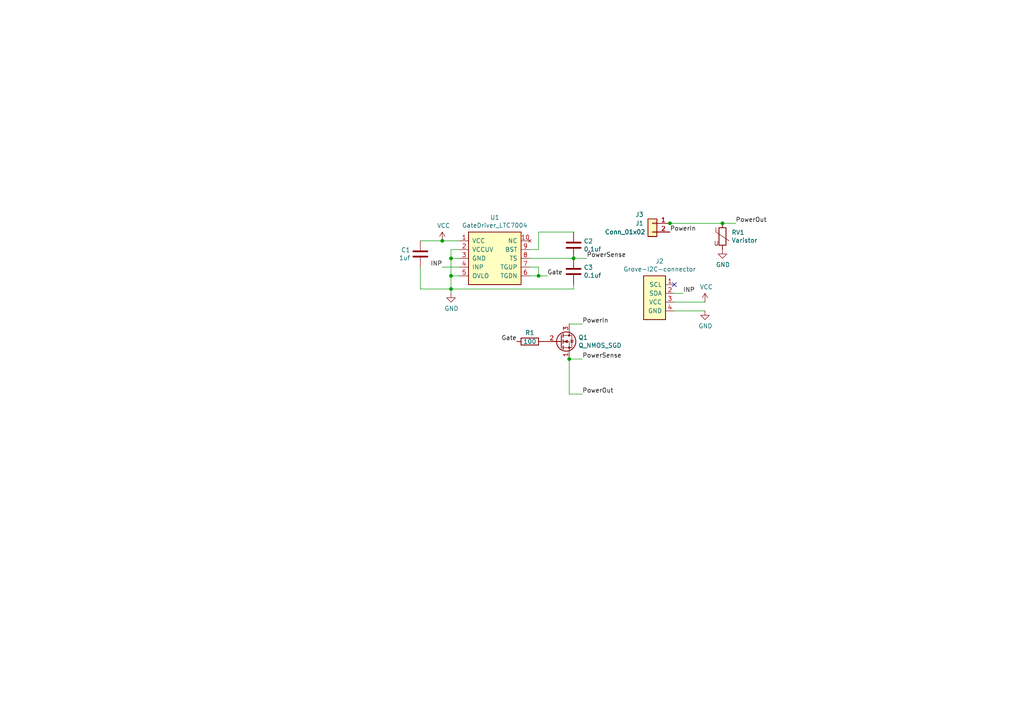
<source format=kicad_sch>
(kicad_sch (version 20230121) (generator eeschema)
  (paper "A4")
  (lib_symbols
    (symbol "Connector_Generic:Conn_01x02" (pin_names (offset 1.016) hide)
      (property "Reference" "J" (at 0 2.54 0))
      (property "Value" "Conn_01x02" (at 0 -5.08 0))
      (symbol "Conn_01x02_1_1"
        (rectangle (start -1.27 -2.413) (end 0 -2.667) (stroke (width 0.1524)))
        (rectangle (start -1.27 0.127) (end 0 -0.127) (stroke (width 0.1524)))
        (rectangle (start -1.27 1.27) (end 1.27 -3.81) (stroke (width 0.254)) (fill (type background)))
        (pin passive line (at -5.08 0 0) (length 3.81) (name "Pin_1") (number "1"))
        (pin passive line (at -5.08 -2.54 0) (length 3.81) (name "Pin_2") (number "2"))
      )
    )
    (symbol "Device:C" (pin_numbers hide) (pin_names (offset 0.254))
      (property "Reference" "C" (at 0.635 2.54 0))
      (property "Value" "C" (at 0.635 -2.54 0))
      (symbol "C_0_1"
        (polyline (pts (xy -2.032 -0.762) (xy 2.032 -0.762)) (stroke (width 0.508)))
        (polyline (pts (xy -2.032 0.762) (xy 2.032 0.762)) (stroke (width 0.508)))
      )
      (symbol "C_1_1"
        (pin passive line (at 0 3.81 270) (length 2.794) (name "~") (number "1"))
        (pin passive line (at 0 -3.81 90) (length 2.794) (name "~") (number "2"))
      )
    )
    (symbol "Device:Q_NMOS_SGD" (pin_names (offset 0) hide)
      (property "Reference" "Q" (at 5.08 1.27 0))
      (property "Value" "Q_NMOS_SGD" (at 5.08 -1.27 0))
      (symbol "Q_NMOS_SGD_0_1"
        (polyline (pts (xy 0.254 0) (xy -2.54 0)))
        (polyline (pts (xy 0.254 1.905) (xy 0.254 -1.905)) (stroke (width 0.254)))
        (polyline (pts (xy 0.762 -1.27) (xy 0.762 -2.286)) (stroke (width 0.254)))
        (polyline (pts (xy 0.762 0.508) (xy 0.762 -0.508)) (stroke (width 0.254)))
        (polyline (pts (xy 0.762 2.286) (xy 0.762 1.27)) (stroke (width 0.254)))
        (polyline (pts (xy 2.54 2.54) (xy 2.54 1.778)))
        (polyline (pts (xy 2.54 -2.54) (xy 2.54 0) (xy 0.762 0)))
        (polyline (pts (xy 0.762 -1.778) (xy 3.302 -1.778) (xy 3.302 1.778) (xy 0.762 1.778)))
        (polyline (pts (xy 1.016 0) (xy 2.032 0.381) (xy 2.032 -0.381) (xy 1.016 0)) (fill (type outline)))
        (polyline (pts (xy 2.794 0.508) (xy 2.921 0.381) (xy 3.683 0.381) (xy 3.81 0.254)))
        (polyline (pts (xy 3.302 0.381) (xy 2.921 -0.254) (xy 3.683 -0.254) (xy 3.302 0.381)))
        (circle (center 1.651 0) (radius 2.794) (stroke (width 0.254)))
        (circle (center 2.54 -1.778) (radius 0.254) (fill (type outline)))
        (circle (center 2.54 1.778) (radius 0.254) (fill (type outline)))
      )
      (symbol "Q_NMOS_SGD_1_1"
        (pin passive line (at 2.54 -5.08 90) (length 2.54) (name "S") (number "1"))
        (pin input line (at -5.08 0 0) (length 5.08) (name "G") (number "2"))
        (pin passive line (at 2.54 5.08 270) (length 2.54) (name "D") (number "3"))
      )
    )
    (symbol "Device:R" (pin_numbers hide) (pin_names (offset 0))
      (property "Reference" "R" (at 2.032 0 90))
      (property "Value" "R" (at 0 0 90))
      (symbol "R_0_1"
        (rectangle (start -1.016 -2.54) (end 1.016 2.54) (stroke (width 0.254)))
      )
      (symbol "R_1_1"
        (pin passive line (at 0 3.81 270) (length 1.27) (name "~") (number "1"))
        (pin passive line (at 0 -3.81 90) (length 1.27) (name "~") (number "2"))
      )
    )
    (symbol "Device:Varistor" (pin_numbers hide) (pin_names (offset 0))
      (property "Reference" "RV" (at 3.175 0 90))
      (property "Value" "Varistor" (at -3.175 0 90))
      (symbol "Varistor_0_0"
        (text "U" (at -1.778 -2.032 0) (effects (font (size 1.27 1.27))))
      )
      (symbol "Varistor_0_1"
        (rectangle (start -1.016 -2.54) (end 1.016 2.54) (stroke (width 0.254)))
        (polyline (pts (xy -1.905 2.54) (xy -1.905 1.27) (xy 1.905 -1.27)))
      )
      (symbol "Varistor_1_1"
        (pin passive line (at 0 3.81 270) (length 1.27) (name "~") (number "1"))
        (pin passive line (at 0 -3.81 90) (length 1.27) (name "~") (number "2"))
      )
    )
    (symbol "LTC7004-with-MOSFET-rescue:GateDriver_LTC7004-my-kicad-symbols" (pin_names (offset 1.016))
      (property "Reference" "U" (at 0 -8.89 0))
      (property "Value" "my-kicad-symbols_GateDriver_LTC7004" (at 0 8.89 0))
      (symbol "GateDriver_LTC7004-my-kicad-symbols_0_1"
        (rectangle (start -7.62 7.62) (end 7.62 -7.62) (stroke (width 0.254)) (fill (type background)))
      )
      (symbol "GateDriver_LTC7004-my-kicad-symbols_1_1"
        (pin power_in line (at -10.16 5.08 0) (length 2.54) (name "VCC") (number "1"))
        (pin no_connect line (at 10.16 5.08 180) (length 2.54) (name "NC") (number "10"))
        (pin passive line (at -10.16 0 0) (length 2.54) hide (name "GND") (number "11"))
        (pin power_in line (at -10.16 2.54 0) (length 2.54) (name "VCCUV") (number "2"))
        (pin power_in line (at -10.16 0 0) (length 2.54) (name "GND") (number "3"))
        (pin passive line (at -10.16 -2.54 0) (length 2.54) (name "INP") (number "4"))
        (pin passive line (at -10.16 -5.08 0) (length 2.54) (name "OVLO") (number "5"))
        (pin passive line (at 10.16 -5.08 180) (length 2.54) (name "TGDN") (number "6"))
        (pin passive line (at 10.16 -2.54 180) (length 2.54) (name "TGUP") (number "7"))
        (pin passive line (at 10.16 0 180) (length 2.54) (name "TS") (number "8"))
        (pin passive line (at 10.16 2.54 180) (length 2.54) (name "BST") (number "9"))
      )
    )
    (symbol "LTC7004-with-MOSFET-rescue:Grove-I2C-connector-my-kicad-symbols" (pin_names (offset 1.016))
      (property "Reference" "J" (at 1.27 -7.62 0))
      (property "Value" "my-kicad-symbols_Grove-I2C-connector" (at 1.27 7.62 0))
      (symbol "Grove-I2C-connector-my-kicad-symbols_0_1"
        (rectangle (start -2.54 6.35) (end 3.81 -6.35) (stroke (width 0.254)) (fill (type background)))
      )
      (symbol "Grove-I2C-connector-my-kicad-symbols_1_1"
        (pin input line (at 6.35 3.81 180) (length 2.54) (name "SCL") (number "1"))
        (pin input line (at 6.35 1.27 180) (length 2.54) (name "SDA") (number "2"))
        (pin power_in line (at 6.35 -1.27 180) (length 2.54) (name "VCC") (number "3"))
        (pin power_in line (at 6.35 -3.81 180) (length 2.54) (name "GND") (number "4"))
      )
    )
    (symbol "power:GND" (power) (pin_names (offset 0))
      (property "Value" "GND" (at 0 -3.81 0))
      (symbol "GND_0_1"
        (polyline (pts (xy 0 0) (xy 0 -1.27) (xy 1.27 -1.27) (xy 0 -2.54) (xy -1.27 -1.27) (xy 0 -1.27)))
      )
      (symbol "GND_1_1"
        (pin power_in line (at 0 0 270) (length 0) hide (name "GND") (number "1"))
      )
    )
    (symbol "power:VCC" (power) (pin_names (offset 0))
      (property "Value" "VCC" (at 0 3.81 0))
      (symbol "VCC_0_1"
        (polyline (pts (xy -0.762 1.27) (xy 0 2.54)))
        (polyline (pts (xy 0 0) (xy 0 2.54)))
        (polyline (pts (xy 0 2.54) (xy 0.762 1.27)))
      )
      (symbol "VCC_1_1"
        (pin power_in line (at 0 0 90) (length 0) hide (name "VCC") (number "1"))
      )
    )
  )
  (junction (at 165.1 104.14))
  (junction (at 209.55 64.77))
  (junction (at 130.81 74.93))
  (junction (at 128.27 69.85))
  (junction (at 130.81 80.01))
  (junction (at 130.81 83.82))
  (junction (at 156.21 80.01))
  (junction (at 194.31 64.77))
  (junction (at 166.37 74.93))
  (no_connect (at 195.58 82.55))
  (wire (pts (xy 156.21 77.47) (xy 156.21 80.01)))
  (wire (pts (xy 130.81 80.01) (xy 130.81 83.82)))
  (wire (pts (xy 156.21 80.01) (xy 153.67 80.01)))
  (wire (pts (xy 204.47 90.17) (xy 195.58 90.17)))
  (wire (pts (xy 130.81 83.82) (xy 166.37 83.82)))
  (wire (pts (xy 156.21 72.39) (xy 156.21 67.31)))
  (wire (pts (xy 153.67 77.47) (xy 156.21 77.47)))
  (wire (pts (xy 166.37 74.93) (xy 170.18 74.93)))
  (wire (pts (xy 168.91 104.14) (xy 165.1 104.14)))
  (wire (pts (xy 121.92 83.82) (xy 130.81 83.82)))
  (wire (pts (xy 128.27 69.85) (xy 121.92 69.85)))
  (wire (pts (xy 130.81 74.93) (xy 133.35 74.93)))
  (wire (pts (xy 133.35 80.01) (xy 130.81 80.01)))
  (wire (pts (xy 130.81 72.39) (xy 133.35 72.39)))
  (wire (pts (xy 195.58 87.63) (xy 204.47 87.63)))
  (wire (pts (xy 121.92 77.47) (xy 121.92 83.82)))
  (wire (pts (xy 128.27 77.47) (xy 133.35 77.47)))
  (wire (pts (xy 130.81 83.82) (xy 130.81 85.09)))
  (wire (pts (xy 153.67 72.39) (xy 156.21 72.39)))
  (wire (pts (xy 165.1 114.3) (xy 165.1 104.14)))
  (wire (pts (xy 198.12 85.09) (xy 195.58 85.09)))
  (wire (pts (xy 166.37 83.82) (xy 166.37 82.55)))
  (wire (pts (xy 213.36 64.77) (xy 209.55 64.77)))
  (wire (pts (xy 130.81 74.93) (xy 130.81 72.39)))
  (wire (pts (xy 168.91 93.98) (xy 165.1 93.98)))
  (wire (pts (xy 128.27 69.85) (xy 133.35 69.85)))
  (wire (pts (xy 168.91 114.3) (xy 165.1 114.3)))
  (wire (pts (xy 156.21 80.01) (xy 158.75 80.01)))
  (wire (pts (xy 153.67 74.93) (xy 166.37 74.93)))
  (wire (pts (xy 130.81 80.01) (xy 130.81 74.93)))
  (wire (pts (xy 209.55 64.77) (xy 194.31 64.77)))
  (wire (pts (xy 156.21 67.31) (xy 166.37 67.31)))
  (label "PowerOut" (at 213.36 64.77 0))
  (label "PowerIn" (at 168.91 93.98 0))
  (label "PowerIn" (at 194.31 67.31 0))
  (label "Gate" (at 158.75 80.01 0))
  (label "INP" (at 198.12 85.09 0))
  (label "INP" (at 128.27 77.47 180))
  (label "PowerSense" (at 168.91 104.14 0))
  (label "Gate" (at 149.86 99.06 180))
  (label "PowerOut" (at 168.91 114.3 0))
  (label "PowerSense" (at 170.18 74.93 0))
  (symbol (lib_id "LTC7004-with-MOSFET-rescue:GateDriver_LTC7004-my-kicad-symbols") (at 143.51 74.93 0) (unit 1)
    (property "Reference" "U1" (at 143.51 63.0682 0))
    (property "Value" "GateDriver_LTC7004" (at 143.51 65.3796 0))
    (property "Footprint" "my-kicad-footprints:GateDriver_LTC7004" (effects hide))
  )
  (symbol (lib_id "power:GND") (at 130.81 85.09 0) (unit 1)
    (property "Reference" "#PWR0101" (effects hide))
    (property "Value" "GND" (at 130.937 89.4842 0))
  )
  (symbol (lib_id "power:VCC") (at 128.27 69.85 0) (unit 1)
    (property "Reference" "#PWR0102" (effects hide))
    (property "Value" "VCC" (at 128.651 65.4558 0))
  )
  (symbol (lib_id "Device:C") (at 166.37 71.12 0) (unit 1)
    (property "Reference" "C2" (at 169.291 69.9516 0) (effects (justify left)))
    (property "Value" "0.1uf" (at 169.291 72.263 0) (effects (justify left)))
    (property "Footprint" "Capacitor_SMD:C_0603_1608Metric" (effects hide))
  )
  (symbol (lib_id "Connector_Generic:Conn_01x02") (at 189.23 64.77 0) (mirror y) (unit 1)
    (property "Reference" "J1" (at 186.69 64.77 0) (effects (justify left)))
    (property "Value" "Conn_01x02" (at 187.198 67.2846 0) (effects (justify left)))
    (property "Footprint" "my-kicad-footprints:Terminal_9.52mm_1x02_1714971" (effects hide))
  )
  (symbol (lib_id "LTC7004-with-MOSFET-rescue:Grove-I2C-connector-my-kicad-symbols") (at 189.23 86.36 0) (unit 1)
    (property "Reference" "J2" (at 191.3128 75.7682 0))
    (property "Value" "Grove-I2C-connector" (at 191.3128 78.0796 0))
    (property "Footprint" "Connector:NS-Tech_Grove_1x04_P2mm_Vertical" (effects hide))
  )
  (symbol (lib_id "power:VCC") (at 204.47 87.63 0) (unit 1)
    (property "Reference" "#PWR0103" (effects hide))
    (property "Value" "VCC" (at 204.851 83.2358 0))
  )
  (symbol (lib_id "power:GND") (at 204.47 90.17 0) (unit 1)
    (property "Reference" "#PWR0104" (effects hide))
    (property "Value" "GND" (at 204.597 94.5642 0))
  )
  (symbol (lib_id "Device:C") (at 121.92 73.66 0) (mirror x) (unit 1)
    (property "Reference" "C1" (at 119.0244 72.4916 0) (effects (justify right)))
    (property "Value" "1uf" (at 119.0244 74.803 0) (effects (justify right)))
    (property "Footprint" "Capacitor_SMD:C_0603_1608Metric" (effects hide))
  )
  (symbol (lib_id "Device:Q_NMOS_SGD") (at 162.56 99.06 0) (unit 1)
    (property "Reference" "Q1" (at 167.7416 97.8916 0) (effects (justify left)))
    (property "Value" "Q_NMOS_SGD" (at 167.7416 100.203 0) (effects (justify left)))
    (property "Footprint" "my-kicad-footprints:DFN5" (effects hide))
  )
  (symbol (lib_id "Connector_Generic:Conn_01x02") (at 189.23 64.77 0) (mirror y) (unit 1)
    (property "Reference" "J3" (at 186.69 62.23 0) (effects (justify left)))
    (property "Value" "Conn_01x02" (at 187.198 67.2846 0) (effects (justify left)))
    (property "Footprint" "TerminalBlock_Phoenix:TerminalBlock_Phoenix_MKDS-1,5-2-5.08_1x02_P5.08mm_Horizontal" (effects hide))
  )
  (symbol (lib_id "Device:C") (at 166.37 78.74 0) (unit 1)
    (property "Reference" "C3" (at 169.291 77.5716 0) (effects (justify left)))
    (property "Value" "0.1uf" (at 169.291 79.883 0) (effects (justify left)))
    (property "Footprint" "Capacitor_SMD:C_0603_1608Metric" (effects hide))
  )
  (symbol (lib_id "Device:R") (at 153.67 99.06 270) (unit 1)
    (property "Reference" "R1" (at 153.67 96.52 90))
    (property "Value" "100" (at 153.67 99.06 90))
    (property "Footprint" "Resistor_SMD:R_0603_1608Metric" (effects hide))
  )
  (symbol (lib_id "Device:Varistor") (at 209.55 68.58 0) (unit 1)
    (property "Reference" "RV1" (at 212.1662 67.4116 0) (effects (justify left)))
    (property "Value" "Varistor" (at 212.1662 69.723 0) (effects (justify left)))
    (property "Footprint" "Resistor_SMD:R_1206_3216Metric" (effects hide))
  )
  (symbol (lib_id "power:GND") (at 209.55 72.39 0) (unit 1)
    (property "Reference" "#PWR0105" (effects hide))
    (property "Value" "GND" (at 209.677 76.7842 0))
  )
)
</source>
